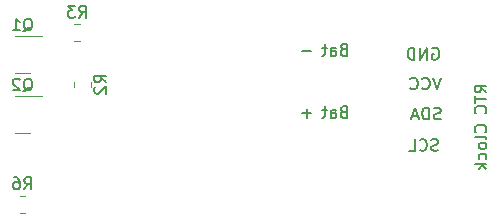
<source format=gbr>
%TF.GenerationSoftware,KiCad,Pcbnew,(7.0.0)*%
%TF.CreationDate,2023-03-09T18:41:40-05:00*%
%TF.ProjectId,Intervalometer,496e7465-7276-4616-9c6f-6d657465722e,rev?*%
%TF.SameCoordinates,Original*%
%TF.FileFunction,Legend,Bot*%
%TF.FilePolarity,Positive*%
%FSLAX46Y46*%
G04 Gerber Fmt 4.6, Leading zero omitted, Abs format (unit mm)*
G04 Created by KiCad (PCBNEW (7.0.0)) date 2023-03-09 18:41:40*
%MOMM*%
%LPD*%
G01*
G04 APERTURE LIST*
%ADD10C,0.150000*%
%ADD11C,0.120000*%
G04 APERTURE END LIST*
D10*
X146572015Y-80863009D02*
X146429158Y-80910628D01*
X146429158Y-80910628D02*
X146381539Y-80958247D01*
X146381539Y-80958247D02*
X146333920Y-81053485D01*
X146333920Y-81053485D02*
X146333920Y-81196342D01*
X146333920Y-81196342D02*
X146381539Y-81291580D01*
X146381539Y-81291580D02*
X146429158Y-81339199D01*
X146429158Y-81339199D02*
X146524396Y-81386818D01*
X146524396Y-81386818D02*
X146905348Y-81386818D01*
X146905348Y-81386818D02*
X146905348Y-80386818D01*
X146905348Y-80386818D02*
X146572015Y-80386818D01*
X146572015Y-80386818D02*
X146476777Y-80434438D01*
X146476777Y-80434438D02*
X146429158Y-80482057D01*
X146429158Y-80482057D02*
X146381539Y-80577295D01*
X146381539Y-80577295D02*
X146381539Y-80672533D01*
X146381539Y-80672533D02*
X146429158Y-80767771D01*
X146429158Y-80767771D02*
X146476777Y-80815390D01*
X146476777Y-80815390D02*
X146572015Y-80863009D01*
X146572015Y-80863009D02*
X146905348Y-80863009D01*
X145476777Y-81386818D02*
X145476777Y-80863009D01*
X145476777Y-80863009D02*
X145524396Y-80767771D01*
X145524396Y-80767771D02*
X145619634Y-80720152D01*
X145619634Y-80720152D02*
X145810110Y-80720152D01*
X145810110Y-80720152D02*
X145905348Y-80767771D01*
X145476777Y-81339199D02*
X145572015Y-81386818D01*
X145572015Y-81386818D02*
X145810110Y-81386818D01*
X145810110Y-81386818D02*
X145905348Y-81339199D01*
X145905348Y-81339199D02*
X145952967Y-81243961D01*
X145952967Y-81243961D02*
X145952967Y-81148723D01*
X145952967Y-81148723D02*
X145905348Y-81053485D01*
X145905348Y-81053485D02*
X145810110Y-81005866D01*
X145810110Y-81005866D02*
X145572015Y-81005866D01*
X145572015Y-81005866D02*
X145476777Y-80958247D01*
X145143443Y-80720152D02*
X144762491Y-80720152D01*
X145000586Y-80386818D02*
X145000586Y-81243961D01*
X145000586Y-81243961D02*
X144952967Y-81339199D01*
X144952967Y-81339199D02*
X144857729Y-81386818D01*
X144857729Y-81386818D02*
X144762491Y-81386818D01*
X143829157Y-81005866D02*
X143067253Y-81005866D01*
X146572015Y-86137503D02*
X146429158Y-86185122D01*
X146429158Y-86185122D02*
X146381539Y-86232741D01*
X146381539Y-86232741D02*
X146333920Y-86327979D01*
X146333920Y-86327979D02*
X146333920Y-86470836D01*
X146333920Y-86470836D02*
X146381539Y-86566074D01*
X146381539Y-86566074D02*
X146429158Y-86613693D01*
X146429158Y-86613693D02*
X146524396Y-86661312D01*
X146524396Y-86661312D02*
X146905348Y-86661312D01*
X146905348Y-86661312D02*
X146905348Y-85661312D01*
X146905348Y-85661312D02*
X146572015Y-85661312D01*
X146572015Y-85661312D02*
X146476777Y-85708932D01*
X146476777Y-85708932D02*
X146429158Y-85756551D01*
X146429158Y-85756551D02*
X146381539Y-85851789D01*
X146381539Y-85851789D02*
X146381539Y-85947027D01*
X146381539Y-85947027D02*
X146429158Y-86042265D01*
X146429158Y-86042265D02*
X146476777Y-86089884D01*
X146476777Y-86089884D02*
X146572015Y-86137503D01*
X146572015Y-86137503D02*
X146905348Y-86137503D01*
X145476777Y-86661312D02*
X145476777Y-86137503D01*
X145476777Y-86137503D02*
X145524396Y-86042265D01*
X145524396Y-86042265D02*
X145619634Y-85994646D01*
X145619634Y-85994646D02*
X145810110Y-85994646D01*
X145810110Y-85994646D02*
X145905348Y-86042265D01*
X145476777Y-86613693D02*
X145572015Y-86661312D01*
X145572015Y-86661312D02*
X145810110Y-86661312D01*
X145810110Y-86661312D02*
X145905348Y-86613693D01*
X145905348Y-86613693D02*
X145952967Y-86518455D01*
X145952967Y-86518455D02*
X145952967Y-86423217D01*
X145952967Y-86423217D02*
X145905348Y-86327979D01*
X145905348Y-86327979D02*
X145810110Y-86280360D01*
X145810110Y-86280360D02*
X145572015Y-86280360D01*
X145572015Y-86280360D02*
X145476777Y-86232741D01*
X145143443Y-85994646D02*
X144762491Y-85994646D01*
X145000586Y-85661312D02*
X145000586Y-86518455D01*
X145000586Y-86518455D02*
X144952967Y-86613693D01*
X144952967Y-86613693D02*
X144857729Y-86661312D01*
X144857729Y-86661312D02*
X144762491Y-86661312D01*
X143829157Y-86280360D02*
X143067253Y-86280360D01*
X143448205Y-86661312D02*
X143448205Y-85899408D01*
X158678671Y-84501088D02*
X158202481Y-84167755D01*
X158678671Y-83929660D02*
X157678671Y-83929660D01*
X157678671Y-83929660D02*
X157678671Y-84310612D01*
X157678671Y-84310612D02*
X157726291Y-84405850D01*
X157726291Y-84405850D02*
X157773910Y-84453469D01*
X157773910Y-84453469D02*
X157869148Y-84501088D01*
X157869148Y-84501088D02*
X158012005Y-84501088D01*
X158012005Y-84501088D02*
X158107243Y-84453469D01*
X158107243Y-84453469D02*
X158154862Y-84405850D01*
X158154862Y-84405850D02*
X158202481Y-84310612D01*
X158202481Y-84310612D02*
X158202481Y-83929660D01*
X157678671Y-84786803D02*
X157678671Y-85358231D01*
X158678671Y-85072517D02*
X157678671Y-85072517D01*
X158583433Y-86262993D02*
X158631052Y-86215374D01*
X158631052Y-86215374D02*
X158678671Y-86072517D01*
X158678671Y-86072517D02*
X158678671Y-85977279D01*
X158678671Y-85977279D02*
X158631052Y-85834422D01*
X158631052Y-85834422D02*
X158535814Y-85739184D01*
X158535814Y-85739184D02*
X158440576Y-85691565D01*
X158440576Y-85691565D02*
X158250100Y-85643946D01*
X158250100Y-85643946D02*
X158107243Y-85643946D01*
X158107243Y-85643946D02*
X157916767Y-85691565D01*
X157916767Y-85691565D02*
X157821529Y-85739184D01*
X157821529Y-85739184D02*
X157726291Y-85834422D01*
X157726291Y-85834422D02*
X157678671Y-85977279D01*
X157678671Y-85977279D02*
X157678671Y-86072517D01*
X157678671Y-86072517D02*
X157726291Y-86215374D01*
X157726291Y-86215374D02*
X157773910Y-86262993D01*
X158583433Y-87862993D02*
X158631052Y-87815374D01*
X158631052Y-87815374D02*
X158678671Y-87672517D01*
X158678671Y-87672517D02*
X158678671Y-87577279D01*
X158678671Y-87577279D02*
X158631052Y-87434422D01*
X158631052Y-87434422D02*
X158535814Y-87339184D01*
X158535814Y-87339184D02*
X158440576Y-87291565D01*
X158440576Y-87291565D02*
X158250100Y-87243946D01*
X158250100Y-87243946D02*
X158107243Y-87243946D01*
X158107243Y-87243946D02*
X157916767Y-87291565D01*
X157916767Y-87291565D02*
X157821529Y-87339184D01*
X157821529Y-87339184D02*
X157726291Y-87434422D01*
X157726291Y-87434422D02*
X157678671Y-87577279D01*
X157678671Y-87577279D02*
X157678671Y-87672517D01*
X157678671Y-87672517D02*
X157726291Y-87815374D01*
X157726291Y-87815374D02*
X157773910Y-87862993D01*
X158678671Y-88434422D02*
X158631052Y-88339184D01*
X158631052Y-88339184D02*
X158535814Y-88291565D01*
X158535814Y-88291565D02*
X157678671Y-88291565D01*
X158678671Y-88958232D02*
X158631052Y-88862994D01*
X158631052Y-88862994D02*
X158583433Y-88815375D01*
X158583433Y-88815375D02*
X158488195Y-88767756D01*
X158488195Y-88767756D02*
X158202481Y-88767756D01*
X158202481Y-88767756D02*
X158107243Y-88815375D01*
X158107243Y-88815375D02*
X158059624Y-88862994D01*
X158059624Y-88862994D02*
X158012005Y-88958232D01*
X158012005Y-88958232D02*
X158012005Y-89101089D01*
X158012005Y-89101089D02*
X158059624Y-89196327D01*
X158059624Y-89196327D02*
X158107243Y-89243946D01*
X158107243Y-89243946D02*
X158202481Y-89291565D01*
X158202481Y-89291565D02*
X158488195Y-89291565D01*
X158488195Y-89291565D02*
X158583433Y-89243946D01*
X158583433Y-89243946D02*
X158631052Y-89196327D01*
X158631052Y-89196327D02*
X158678671Y-89101089D01*
X158678671Y-89101089D02*
X158678671Y-88958232D01*
X158631052Y-90148708D02*
X158678671Y-90053470D01*
X158678671Y-90053470D02*
X158678671Y-89862994D01*
X158678671Y-89862994D02*
X158631052Y-89767756D01*
X158631052Y-89767756D02*
X158583433Y-89720137D01*
X158583433Y-89720137D02*
X158488195Y-89672518D01*
X158488195Y-89672518D02*
X158202481Y-89672518D01*
X158202481Y-89672518D02*
X158107243Y-89720137D01*
X158107243Y-89720137D02*
X158059624Y-89767756D01*
X158059624Y-89767756D02*
X158012005Y-89862994D01*
X158012005Y-89862994D02*
X158012005Y-90053470D01*
X158012005Y-90053470D02*
X158059624Y-90148708D01*
X158678671Y-90577280D02*
X157678671Y-90577280D01*
X158297719Y-90672518D02*
X158678671Y-90958232D01*
X158012005Y-90958232D02*
X158392957Y-90577280D01*
X154099099Y-80761493D02*
X154194337Y-80713873D01*
X154194337Y-80713873D02*
X154337194Y-80713873D01*
X154337194Y-80713873D02*
X154480051Y-80761493D01*
X154480051Y-80761493D02*
X154575289Y-80856731D01*
X154575289Y-80856731D02*
X154622908Y-80951969D01*
X154622908Y-80951969D02*
X154670527Y-81142445D01*
X154670527Y-81142445D02*
X154670527Y-81285302D01*
X154670527Y-81285302D02*
X154622908Y-81475778D01*
X154622908Y-81475778D02*
X154575289Y-81571016D01*
X154575289Y-81571016D02*
X154480051Y-81666254D01*
X154480051Y-81666254D02*
X154337194Y-81713873D01*
X154337194Y-81713873D02*
X154241956Y-81713873D01*
X154241956Y-81713873D02*
X154099099Y-81666254D01*
X154099099Y-81666254D02*
X154051480Y-81618635D01*
X154051480Y-81618635D02*
X154051480Y-81285302D01*
X154051480Y-81285302D02*
X154241956Y-81285302D01*
X153622908Y-81713873D02*
X153622908Y-80713873D01*
X153622908Y-80713873D02*
X153051480Y-81713873D01*
X153051480Y-81713873D02*
X153051480Y-80713873D01*
X152575289Y-81713873D02*
X152575289Y-80713873D01*
X152575289Y-80713873D02*
X152337194Y-80713873D01*
X152337194Y-80713873D02*
X152194337Y-80761493D01*
X152194337Y-80761493D02*
X152099099Y-80856731D01*
X152099099Y-80856731D02*
X152051480Y-80951969D01*
X152051480Y-80951969D02*
X152003861Y-81142445D01*
X152003861Y-81142445D02*
X152003861Y-81285302D01*
X152003861Y-81285302D02*
X152051480Y-81475778D01*
X152051480Y-81475778D02*
X152099099Y-81571016D01*
X152099099Y-81571016D02*
X152194337Y-81666254D01*
X152194337Y-81666254D02*
X152337194Y-81713873D01*
X152337194Y-81713873D02*
X152575289Y-81713873D01*
X154808694Y-83246660D02*
X154475361Y-84246660D01*
X154475361Y-84246660D02*
X154142028Y-83246660D01*
X153237266Y-84151422D02*
X153284885Y-84199041D01*
X153284885Y-84199041D02*
X153427742Y-84246660D01*
X153427742Y-84246660D02*
X153522980Y-84246660D01*
X153522980Y-84246660D02*
X153665837Y-84199041D01*
X153665837Y-84199041D02*
X153761075Y-84103803D01*
X153761075Y-84103803D02*
X153808694Y-84008565D01*
X153808694Y-84008565D02*
X153856313Y-83818089D01*
X153856313Y-83818089D02*
X153856313Y-83675232D01*
X153856313Y-83675232D02*
X153808694Y-83484756D01*
X153808694Y-83484756D02*
X153761075Y-83389518D01*
X153761075Y-83389518D02*
X153665837Y-83294280D01*
X153665837Y-83294280D02*
X153522980Y-83246660D01*
X153522980Y-83246660D02*
X153427742Y-83246660D01*
X153427742Y-83246660D02*
X153284885Y-83294280D01*
X153284885Y-83294280D02*
X153237266Y-83341899D01*
X152237266Y-84151422D02*
X152284885Y-84199041D01*
X152284885Y-84199041D02*
X152427742Y-84246660D01*
X152427742Y-84246660D02*
X152522980Y-84246660D01*
X152522980Y-84246660D02*
X152665837Y-84199041D01*
X152665837Y-84199041D02*
X152761075Y-84103803D01*
X152761075Y-84103803D02*
X152808694Y-84008565D01*
X152808694Y-84008565D02*
X152856313Y-83818089D01*
X152856313Y-83818089D02*
X152856313Y-83675232D01*
X152856313Y-83675232D02*
X152808694Y-83484756D01*
X152808694Y-83484756D02*
X152761075Y-83389518D01*
X152761075Y-83389518D02*
X152665837Y-83294280D01*
X152665837Y-83294280D02*
X152522980Y-83246660D01*
X152522980Y-83246660D02*
X152427742Y-83246660D01*
X152427742Y-83246660D02*
X152284885Y-83294280D01*
X152284885Y-83294280D02*
X152237266Y-83341899D01*
X154799313Y-86731828D02*
X154656456Y-86779447D01*
X154656456Y-86779447D02*
X154418361Y-86779447D01*
X154418361Y-86779447D02*
X154323123Y-86731828D01*
X154323123Y-86731828D02*
X154275504Y-86684209D01*
X154275504Y-86684209D02*
X154227885Y-86588971D01*
X154227885Y-86588971D02*
X154227885Y-86493733D01*
X154227885Y-86493733D02*
X154275504Y-86398495D01*
X154275504Y-86398495D02*
X154323123Y-86350876D01*
X154323123Y-86350876D02*
X154418361Y-86303257D01*
X154418361Y-86303257D02*
X154608837Y-86255638D01*
X154608837Y-86255638D02*
X154704075Y-86208019D01*
X154704075Y-86208019D02*
X154751694Y-86160400D01*
X154751694Y-86160400D02*
X154799313Y-86065162D01*
X154799313Y-86065162D02*
X154799313Y-85969924D01*
X154799313Y-85969924D02*
X154751694Y-85874686D01*
X154751694Y-85874686D02*
X154704075Y-85827067D01*
X154704075Y-85827067D02*
X154608837Y-85779447D01*
X154608837Y-85779447D02*
X154370742Y-85779447D01*
X154370742Y-85779447D02*
X154227885Y-85827067D01*
X153799313Y-86779447D02*
X153799313Y-85779447D01*
X153799313Y-85779447D02*
X153561218Y-85779447D01*
X153561218Y-85779447D02*
X153418361Y-85827067D01*
X153418361Y-85827067D02*
X153323123Y-85922305D01*
X153323123Y-85922305D02*
X153275504Y-86017543D01*
X153275504Y-86017543D02*
X153227885Y-86208019D01*
X153227885Y-86208019D02*
X153227885Y-86350876D01*
X153227885Y-86350876D02*
X153275504Y-86541352D01*
X153275504Y-86541352D02*
X153323123Y-86636590D01*
X153323123Y-86636590D02*
X153418361Y-86731828D01*
X153418361Y-86731828D02*
X153561218Y-86779447D01*
X153561218Y-86779447D02*
X153799313Y-86779447D01*
X152846932Y-86493733D02*
X152370742Y-86493733D01*
X152942170Y-86779447D02*
X152608837Y-85779447D01*
X152608837Y-85779447D02*
X152275504Y-86779447D01*
X154584670Y-89393400D02*
X154441813Y-89441019D01*
X154441813Y-89441019D02*
X154203718Y-89441019D01*
X154203718Y-89441019D02*
X154108480Y-89393400D01*
X154108480Y-89393400D02*
X154060861Y-89345781D01*
X154060861Y-89345781D02*
X154013242Y-89250543D01*
X154013242Y-89250543D02*
X154013242Y-89155305D01*
X154013242Y-89155305D02*
X154060861Y-89060067D01*
X154060861Y-89060067D02*
X154108480Y-89012448D01*
X154108480Y-89012448D02*
X154203718Y-88964829D01*
X154203718Y-88964829D02*
X154394194Y-88917210D01*
X154394194Y-88917210D02*
X154489432Y-88869591D01*
X154489432Y-88869591D02*
X154537051Y-88821972D01*
X154537051Y-88821972D02*
X154584670Y-88726734D01*
X154584670Y-88726734D02*
X154584670Y-88631496D01*
X154584670Y-88631496D02*
X154537051Y-88536258D01*
X154537051Y-88536258D02*
X154489432Y-88488639D01*
X154489432Y-88488639D02*
X154394194Y-88441019D01*
X154394194Y-88441019D02*
X154156099Y-88441019D01*
X154156099Y-88441019D02*
X154013242Y-88488639D01*
X153013242Y-89345781D02*
X153060861Y-89393400D01*
X153060861Y-89393400D02*
X153203718Y-89441019D01*
X153203718Y-89441019D02*
X153298956Y-89441019D01*
X153298956Y-89441019D02*
X153441813Y-89393400D01*
X153441813Y-89393400D02*
X153537051Y-89298162D01*
X153537051Y-89298162D02*
X153584670Y-89202924D01*
X153584670Y-89202924D02*
X153632289Y-89012448D01*
X153632289Y-89012448D02*
X153632289Y-88869591D01*
X153632289Y-88869591D02*
X153584670Y-88679115D01*
X153584670Y-88679115D02*
X153537051Y-88583877D01*
X153537051Y-88583877D02*
X153441813Y-88488639D01*
X153441813Y-88488639D02*
X153298956Y-88441019D01*
X153298956Y-88441019D02*
X153203718Y-88441019D01*
X153203718Y-88441019D02*
X153060861Y-88488639D01*
X153060861Y-88488639D02*
X153013242Y-88536258D01*
X152108480Y-89441019D02*
X152584670Y-89441019D01*
X152584670Y-89441019D02*
X152584670Y-88441019D01*
%TO.C,R6*%
X119546666Y-92697380D02*
X119879999Y-92221190D01*
X120118094Y-92697380D02*
X120118094Y-91697380D01*
X120118094Y-91697380D02*
X119737142Y-91697380D01*
X119737142Y-91697380D02*
X119641904Y-91745000D01*
X119641904Y-91745000D02*
X119594285Y-91792619D01*
X119594285Y-91792619D02*
X119546666Y-91887857D01*
X119546666Y-91887857D02*
X119546666Y-92030714D01*
X119546666Y-92030714D02*
X119594285Y-92125952D01*
X119594285Y-92125952D02*
X119641904Y-92173571D01*
X119641904Y-92173571D02*
X119737142Y-92221190D01*
X119737142Y-92221190D02*
X120118094Y-92221190D01*
X118689523Y-91697380D02*
X118879999Y-91697380D01*
X118879999Y-91697380D02*
X118975237Y-91745000D01*
X118975237Y-91745000D02*
X119022856Y-91792619D01*
X119022856Y-91792619D02*
X119118094Y-91935476D01*
X119118094Y-91935476D02*
X119165713Y-92125952D01*
X119165713Y-92125952D02*
X119165713Y-92506904D01*
X119165713Y-92506904D02*
X119118094Y-92602142D01*
X119118094Y-92602142D02*
X119070475Y-92649761D01*
X119070475Y-92649761D02*
X118975237Y-92697380D01*
X118975237Y-92697380D02*
X118784761Y-92697380D01*
X118784761Y-92697380D02*
X118689523Y-92649761D01*
X118689523Y-92649761D02*
X118641904Y-92602142D01*
X118641904Y-92602142D02*
X118594285Y-92506904D01*
X118594285Y-92506904D02*
X118594285Y-92268809D01*
X118594285Y-92268809D02*
X118641904Y-92173571D01*
X118641904Y-92173571D02*
X118689523Y-92125952D01*
X118689523Y-92125952D02*
X118784761Y-92078333D01*
X118784761Y-92078333D02*
X118975237Y-92078333D01*
X118975237Y-92078333D02*
X119070475Y-92125952D01*
X119070475Y-92125952D02*
X119118094Y-92173571D01*
X119118094Y-92173571D02*
X119165713Y-92268809D01*
%TO.C,R2*%
X126477380Y-83653333D02*
X126001190Y-83320000D01*
X126477380Y-83081905D02*
X125477380Y-83081905D01*
X125477380Y-83081905D02*
X125477380Y-83462857D01*
X125477380Y-83462857D02*
X125525000Y-83558095D01*
X125525000Y-83558095D02*
X125572619Y-83605714D01*
X125572619Y-83605714D02*
X125667857Y-83653333D01*
X125667857Y-83653333D02*
X125810714Y-83653333D01*
X125810714Y-83653333D02*
X125905952Y-83605714D01*
X125905952Y-83605714D02*
X125953571Y-83558095D01*
X125953571Y-83558095D02*
X126001190Y-83462857D01*
X126001190Y-83462857D02*
X126001190Y-83081905D01*
X125572619Y-84034286D02*
X125525000Y-84081905D01*
X125525000Y-84081905D02*
X125477380Y-84177143D01*
X125477380Y-84177143D02*
X125477380Y-84415238D01*
X125477380Y-84415238D02*
X125525000Y-84510476D01*
X125525000Y-84510476D02*
X125572619Y-84558095D01*
X125572619Y-84558095D02*
X125667857Y-84605714D01*
X125667857Y-84605714D02*
X125763095Y-84605714D01*
X125763095Y-84605714D02*
X125905952Y-84558095D01*
X125905952Y-84558095D02*
X126477380Y-83986667D01*
X126477380Y-83986667D02*
X126477380Y-84605714D01*
%TO.C,R3*%
X124177825Y-78162700D02*
X124511158Y-77686510D01*
X124749253Y-78162700D02*
X124749253Y-77162700D01*
X124749253Y-77162700D02*
X124368301Y-77162700D01*
X124368301Y-77162700D02*
X124273063Y-77210320D01*
X124273063Y-77210320D02*
X124225444Y-77257939D01*
X124225444Y-77257939D02*
X124177825Y-77353177D01*
X124177825Y-77353177D02*
X124177825Y-77496034D01*
X124177825Y-77496034D02*
X124225444Y-77591272D01*
X124225444Y-77591272D02*
X124273063Y-77638891D01*
X124273063Y-77638891D02*
X124368301Y-77686510D01*
X124368301Y-77686510D02*
X124749253Y-77686510D01*
X123844491Y-77162700D02*
X123225444Y-77162700D01*
X123225444Y-77162700D02*
X123558777Y-77543653D01*
X123558777Y-77543653D02*
X123415920Y-77543653D01*
X123415920Y-77543653D02*
X123320682Y-77591272D01*
X123320682Y-77591272D02*
X123273063Y-77638891D01*
X123273063Y-77638891D02*
X123225444Y-77734129D01*
X123225444Y-77734129D02*
X123225444Y-77972224D01*
X123225444Y-77972224D02*
X123273063Y-78067462D01*
X123273063Y-78067462D02*
X123320682Y-78115081D01*
X123320682Y-78115081D02*
X123415920Y-78162700D01*
X123415920Y-78162700D02*
X123701634Y-78162700D01*
X123701634Y-78162700D02*
X123796872Y-78115081D01*
X123796872Y-78115081D02*
X123844491Y-78067462D01*
%TO.C,Q1*%
X119475238Y-79342619D02*
X119570476Y-79295000D01*
X119570476Y-79295000D02*
X119665714Y-79199761D01*
X119665714Y-79199761D02*
X119808571Y-79056904D01*
X119808571Y-79056904D02*
X119903809Y-79009285D01*
X119903809Y-79009285D02*
X119999047Y-79009285D01*
X119951428Y-79247380D02*
X120046666Y-79199761D01*
X120046666Y-79199761D02*
X120141904Y-79104523D01*
X120141904Y-79104523D02*
X120189523Y-78914047D01*
X120189523Y-78914047D02*
X120189523Y-78580714D01*
X120189523Y-78580714D02*
X120141904Y-78390238D01*
X120141904Y-78390238D02*
X120046666Y-78295000D01*
X120046666Y-78295000D02*
X119951428Y-78247380D01*
X119951428Y-78247380D02*
X119760952Y-78247380D01*
X119760952Y-78247380D02*
X119665714Y-78295000D01*
X119665714Y-78295000D02*
X119570476Y-78390238D01*
X119570476Y-78390238D02*
X119522857Y-78580714D01*
X119522857Y-78580714D02*
X119522857Y-78914047D01*
X119522857Y-78914047D02*
X119570476Y-79104523D01*
X119570476Y-79104523D02*
X119665714Y-79199761D01*
X119665714Y-79199761D02*
X119760952Y-79247380D01*
X119760952Y-79247380D02*
X119951428Y-79247380D01*
X118570476Y-79247380D02*
X119141904Y-79247380D01*
X118856190Y-79247380D02*
X118856190Y-78247380D01*
X118856190Y-78247380D02*
X118951428Y-78390238D01*
X118951428Y-78390238D02*
X119046666Y-78485476D01*
X119046666Y-78485476D02*
X119141904Y-78533095D01*
%TO.C,Q2*%
X119475238Y-84422619D02*
X119570476Y-84375000D01*
X119570476Y-84375000D02*
X119665714Y-84279761D01*
X119665714Y-84279761D02*
X119808571Y-84136904D01*
X119808571Y-84136904D02*
X119903809Y-84089285D01*
X119903809Y-84089285D02*
X119999047Y-84089285D01*
X119951428Y-84327380D02*
X120046666Y-84279761D01*
X120046666Y-84279761D02*
X120141904Y-84184523D01*
X120141904Y-84184523D02*
X120189523Y-83994047D01*
X120189523Y-83994047D02*
X120189523Y-83660714D01*
X120189523Y-83660714D02*
X120141904Y-83470238D01*
X120141904Y-83470238D02*
X120046666Y-83375000D01*
X120046666Y-83375000D02*
X119951428Y-83327380D01*
X119951428Y-83327380D02*
X119760952Y-83327380D01*
X119760952Y-83327380D02*
X119665714Y-83375000D01*
X119665714Y-83375000D02*
X119570476Y-83470238D01*
X119570476Y-83470238D02*
X119522857Y-83660714D01*
X119522857Y-83660714D02*
X119522857Y-83994047D01*
X119522857Y-83994047D02*
X119570476Y-84184523D01*
X119570476Y-84184523D02*
X119665714Y-84279761D01*
X119665714Y-84279761D02*
X119760952Y-84327380D01*
X119760952Y-84327380D02*
X119951428Y-84327380D01*
X119141904Y-83422619D02*
X119094285Y-83375000D01*
X119094285Y-83375000D02*
X118999047Y-83327380D01*
X118999047Y-83327380D02*
X118760952Y-83327380D01*
X118760952Y-83327380D02*
X118665714Y-83375000D01*
X118665714Y-83375000D02*
X118618095Y-83422619D01*
X118618095Y-83422619D02*
X118570476Y-83517857D01*
X118570476Y-83517857D02*
X118570476Y-83613095D01*
X118570476Y-83613095D02*
X118618095Y-83755952D01*
X118618095Y-83755952D02*
X119189523Y-84327380D01*
X119189523Y-84327380D02*
X118570476Y-84327380D01*
D11*
%TO.C,R6*%
X119607064Y-94715000D02*
X119152936Y-94715000D01*
X119607064Y-93245000D02*
X119152936Y-93245000D01*
%TO.C,R2*%
X123725000Y-84047064D02*
X123725000Y-83592936D01*
X125195000Y-84047064D02*
X125195000Y-83592936D01*
%TO.C,R3*%
X124238223Y-80180320D02*
X123784095Y-80180320D01*
X124238223Y-78710320D02*
X123784095Y-78710320D01*
%TO.C,Q1*%
X119380000Y-82840000D02*
X120030000Y-82840000D01*
X119380000Y-82840000D02*
X118730000Y-82840000D01*
X119380000Y-79720000D02*
X121055000Y-79720000D01*
X119380000Y-79720000D02*
X118730000Y-79720000D01*
%TO.C,Q2*%
X119380000Y-87920000D02*
X120030000Y-87920000D01*
X119380000Y-87920000D02*
X118730000Y-87920000D01*
X119380000Y-84800000D02*
X121055000Y-84800000D01*
X119380000Y-84800000D02*
X118730000Y-84800000D01*
%TD*%
M02*

</source>
